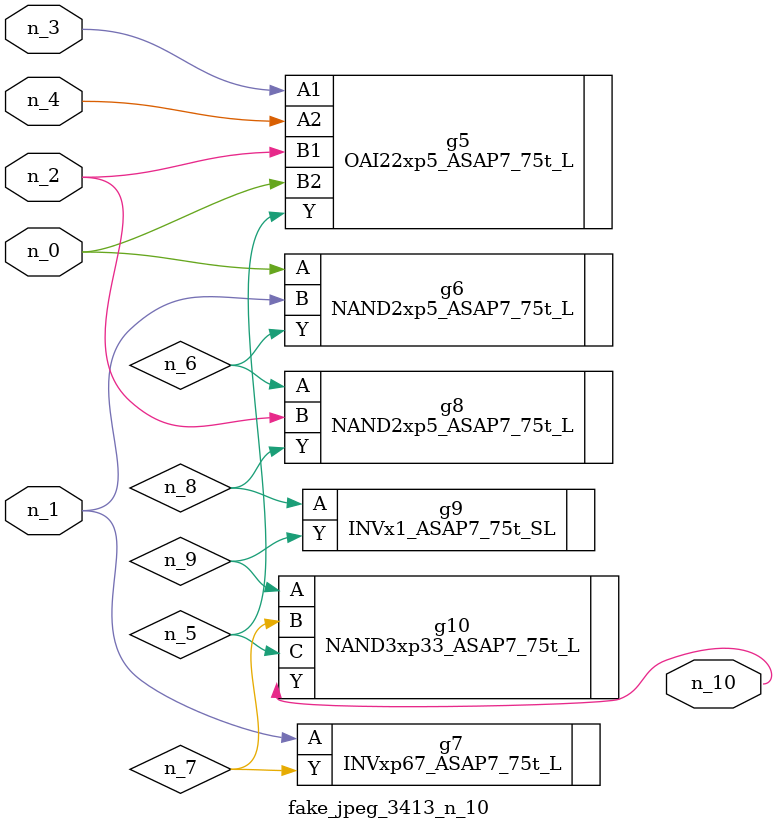
<source format=v>
module fake_jpeg_3413_n_10 (n_3, n_2, n_1, n_0, n_4, n_10);

input n_3;
input n_2;
input n_1;
input n_0;
input n_4;

output n_10;

wire n_8;
wire n_9;
wire n_6;
wire n_5;
wire n_7;

OAI22xp5_ASAP7_75t_L g5 ( 
.A1(n_3),
.A2(n_4),
.B1(n_2),
.B2(n_0),
.Y(n_5)
);

NAND2xp5_ASAP7_75t_L g6 ( 
.A(n_0),
.B(n_1),
.Y(n_6)
);

INVxp67_ASAP7_75t_L g7 ( 
.A(n_1),
.Y(n_7)
);

NAND2xp5_ASAP7_75t_L g8 ( 
.A(n_6),
.B(n_2),
.Y(n_8)
);

INVx1_ASAP7_75t_SL g9 ( 
.A(n_8),
.Y(n_9)
);

NAND3xp33_ASAP7_75t_L g10 ( 
.A(n_9),
.B(n_7),
.C(n_5),
.Y(n_10)
);


endmodule
</source>
